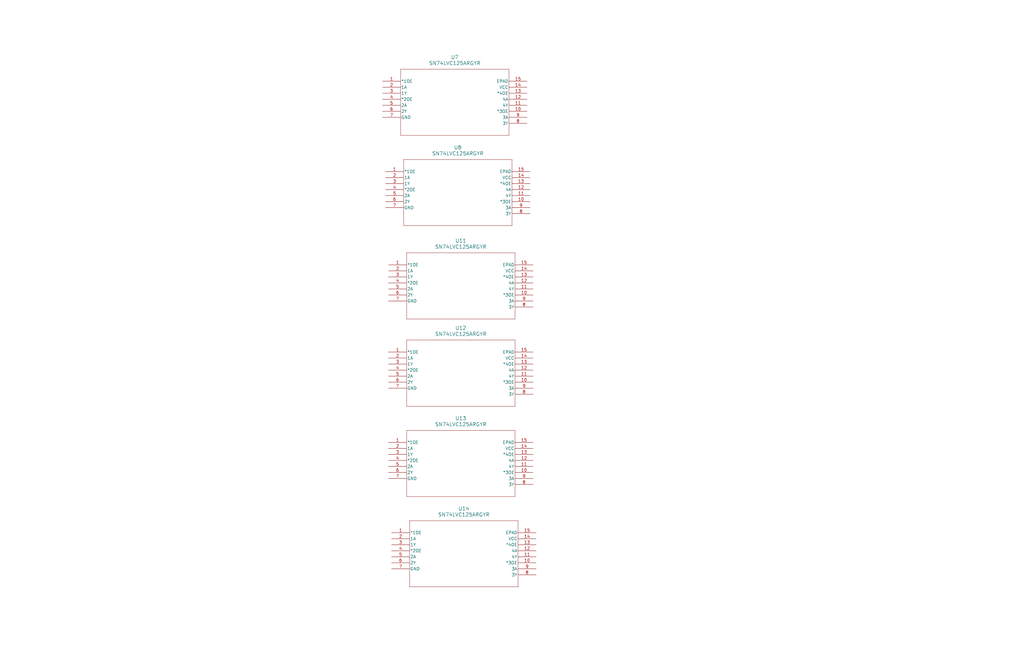
<source format=kicad_sch>
(kicad_sch (version 20250114) (generator "eeschema") (generator_version "9.0")
  (paper "B")
  (title_block (title "Rx Mixers") (date "2025-12-31") (rev "0.0") (company "Andy McCann KA3KAF and Doug McCann KA3KAG"))
  (lib_symbols
    (symbol "SN74LVC125A:SN74LVC125ARGYR" (pin_names (offset 0.254))
      (property "Reference" "U" (at 30.48 10.16 0))
      (property "Value" "SN74LVC125ARGYR" (at 30.48 7.62 0))
      (symbol "SN74LVC125ARGYR_0_1"
        (polyline (pts (xy 7.62 5.08) (xy 7.62 -22.86)) (stroke (width 0.127)))
        (polyline (pts (xy 7.62 -22.86) (xy 53.34 -22.86)) (stroke (width 0.127)))
        (polyline (pts (xy 53.34 5.08) (xy 7.62 5.08)) (stroke (width 0.127)))
        (polyline (pts (xy 53.34 -22.86) (xy 53.34 5.08)) (stroke (width 0.127)))
        (pin input line (at 0 0 0) (length 7.62) (name "*1OE") (number "1"))
        (pin input line (at 0 -2.54 0) (length 7.62) (name "1A") (number "2"))
        (pin output line (at 0 -5.08 0) (length 7.62) (name "1Y") (number "3"))
        (pin input line (at 0 -7.62 0) (length 7.62) (name "*2OE") (number "4"))
        (pin input line (at 0 -10.16 0) (length 7.62) (name "2A") (number "5"))
        (pin output line (at 0 -12.7 0) (length 7.62) (name "2Y") (number "6"))
        (pin power_in line (at 0 -15.24 0) (length 7.62) (name "GND") (number "7"))
        (pin unspecified line (at 60.96 0 180) (length 7.62) (name "EPAD") (number "15"))
        (pin power_in line (at 60.96 -2.54 180) (length 7.62) (name "VCC") (number "14"))
        (pin input line (at 60.96 -5.08 180) (length 7.62) (name "*4OE") (number "13"))
        (pin input line (at 60.96 -7.62 180) (length 7.62) (name "4A") (number "12"))
        (pin output line (at 60.96 -10.16 180) (length 7.62) (name "4Y") (number "11"))
        (pin input line (at 60.96 -12.7 180) (length 7.62) (name "*3OE") (number "10"))
        (pin input line (at 60.96 -15.24 180) (length 7.62) (name "3A") (number "9"))
        (pin output line (at 60.96 -17.78 180) (length 7.62) (name "3Y") (number "8"))
      )
    )
  )
  (symbol (lib_id "SN74LVC125A:SN74LVC125ARGYR") (at 163.83 111.76 0) (unit 1)
    (property "Reference" "U11" (at 194.31 101.6 0) (effects (font (size 1.524 1.524))))
    (property "Value" "SN74LVC125ARGYR" (at 194.31 104.14 0) (effects (font (size 1.524 1.524))))
    (property "Footprint" "RGY14_2P05X2P05" (effects (hide yes)))
    (property "Datasheet" "https://www.ti.com/lit/gpn/sn74lvc125a" (effects (hide yes)))
  )
  (symbol (lib_id "SN74LVC125A:SN74LVC125ARGYR") (at 162.56 72.39 0) (unit 1)
    (property "Reference" "U8" (at 193.04 62.23 0) (effects (font (size 1.524 1.524))))
    (property "Value" "SN74LVC125ARGYR" (at 193.04 64.77 0) (effects (font (size 1.524 1.524))))
    (property "Footprint" "RGY14_2P05X2P05" (effects (hide yes)))
    (property "Datasheet" "https://www.ti.com/lit/gpn/sn74lvc125a" (effects (hide yes)))
  )
  (symbol (lib_id "SN74LVC125A:SN74LVC125ARGYR") (at 161.29 34.29 0) (unit 1)
    (property "Reference" "U7" (at 191.77 24.13 0) (effects (font (size 1.524 1.524))))
    (property "Value" "SN74LVC125ARGYR" (at 191.77 26.67 0) (effects (font (size 1.524 1.524))))
    (property "Footprint" "RGY14_2P05X2P05" (effects (hide yes)))
    (property "Datasheet" "https://www.ti.com/lit/gpn/sn74lvc125a" (effects (hide yes)))
  )
  (symbol (lib_id "SN74LVC125A:SN74LVC125ARGYR") (at 163.83 148.59 0) (unit 1)
    (property "Reference" "U12" (at 194.31 138.43 0) (effects (font (size 1.524 1.524))))
    (property "Value" "SN74LVC125ARGYR" (at 194.31 140.97 0) (effects (font (size 1.524 1.524))))
    (property "Footprint" "RGY14_2P05X2P05" (effects (hide yes)))
    (property "Datasheet" "https://www.ti.com/lit/gpn/sn74lvc125a" (effects (hide yes)))
  )
  (symbol (lib_id "SN74LVC125A:SN74LVC125ARGYR") (at 163.83 186.69 0) (unit 1)
    (property "Reference" "U13" (at 194.31 176.53 0) (effects (font (size 1.524 1.524))))
    (property "Value" "SN74LVC125ARGYR" (at 194.31 179.07 0) (effects (font (size 1.524 1.524))))
    (property "Footprint" "RGY14_2P05X2P05" (effects (hide yes)))
    (property "Datasheet" "https://www.ti.com/lit/gpn/sn74lvc125a" (effects (hide yes)))
  )
  (symbol (lib_id "SN74LVC125A:SN74LVC125ARGYR") (at 165.1 224.79 0) (unit 1)
    (property "Reference" "U14" (at 195.58 214.63 0) (effects (font (size 1.524 1.524))))
    (property "Value" "SN74LVC125ARGYR" (at 195.58 217.17 0) (effects (font (size 1.524 1.524))))
    (property "Footprint" "RGY14_2P05X2P05" (effects (hide yes)))
    (property "Datasheet" "https://www.ti.com/lit/gpn/sn74lvc125a" (effects (hide yes)))
  )
)
</source>
